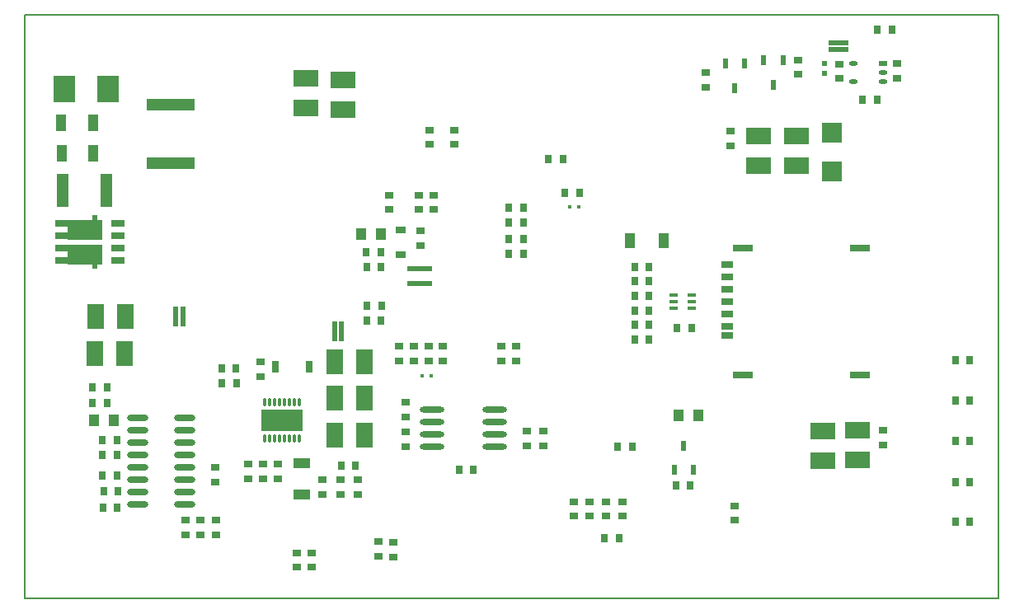
<source format=gbp>
%FSLAX25Y25*%
%MOIN*%
G70*
G01*
G75*
G04 Layer_Color=128*
%ADD10C,0.02000*%
%ADD11C,0.03000*%
%ADD12R,0.01575X0.01181*%
%ADD13R,0.01181X0.01575*%
%ADD14O,0.05906X0.03150*%
%ADD15R,0.07087X0.03937*%
%ADD16C,0.03937*%
%ADD17R,0.02756X0.03347*%
%ADD18R,0.03347X0.02756*%
%ADD19R,0.03937X0.05906*%
%ADD20R,0.04724X0.03150*%
%ADD21R,0.02500X0.05906*%
%ADD22R,0.04803X0.02441*%
%ADD23R,0.04800X0.05600*%
%ADD24R,0.07480X0.11811*%
%ADD25O,0.06890X0.02362*%
%ADD26R,0.03937X0.05118*%
%ADD27R,0.08898X0.25590*%
%ADD28R,0.03937X0.02362*%
%ADD29R,0.04724X0.09843*%
%ADD30O,0.03937X0.01181*%
%ADD31R,0.03937X0.01181*%
%ADD32R,0.07874X0.07874*%
%ADD33R,0.10000X0.07000*%
%ADD34R,0.02362X0.03937*%
%ADD35R,0.07874X0.03937*%
%ADD36O,0.06693X0.01063*%
%ADD37R,0.06693X0.01063*%
%ADD38R,0.01063X0.06693*%
%ADD39O,0.03740X0.01378*%
%ADD40R,0.08661X0.16929*%
%ADD41R,0.07874X0.07874*%
%ADD42R,0.07087X0.07874*%
%ADD43R,0.02362X0.02362*%
%ADD44R,0.03150X0.02559*%
%ADD45R,0.03937X0.07087*%
%ADD46O,0.03150X0.05906*%
%ADD47O,0.01378X0.06693*%
%ADD48R,0.02362X0.02362*%
%ADD49R,0.13386X0.13386*%
%ADD50O,0.00984X0.03740*%
%ADD51O,0.03740X0.00984*%
%ADD52O,0.02362X0.07087*%
%ADD53O,0.07087X0.02362*%
%ADD54O,0.06299X0.02362*%
%ADD55R,0.00984X0.01575*%
%ADD56R,0.02362X0.01969*%
%ADD57R,0.00984X0.01299*%
G04:AMPARAMS|DCode=58|XSize=35.43mil|YSize=157.48mil|CornerRadius=1.77mil|HoleSize=0mil|Usage=FLASHONLY|Rotation=90.000|XOffset=0mil|YOffset=0mil|HoleType=Round|Shape=RoundedRectangle|*
%AMROUNDEDRECTD58*
21,1,0.03543,0.15394,0,0,90.0*
21,1,0.03189,0.15748,0,0,90.0*
1,1,0.00354,0.07697,0.01595*
1,1,0.00354,0.07697,-0.01595*
1,1,0.00354,-0.07697,-0.01595*
1,1,0.00354,-0.07697,0.01595*
%
%ADD58ROUNDEDRECTD58*%
%ADD59R,0.01200X0.01800*%
%ADD60R,0.01575X0.05906*%
%ADD61C,0.01000*%
%ADD62C,0.01200*%
%ADD63C,0.02500*%
%ADD64C,0.04000*%
%ADD65C,0.08000*%
%ADD66C,0.01500*%
%ADD67C,0.00800*%
%ADD68R,0.07500X0.15500*%
%ADD69R,0.07560X0.20391*%
%ADD70R,0.06000X0.09600*%
%ADD71R,0.06700X0.09800*%
%ADD72R,0.04200X0.18700*%
%ADD73R,0.08100X0.13300*%
%ADD74R,0.05700X0.21700*%
%ADD75R,0.18000X0.08400*%
%ADD76R,0.10500X0.06400*%
%ADD77R,0.16200X0.16000*%
%ADD78R,0.27300X0.16100*%
%ADD79R,0.06200X0.14700*%
%ADD80R,0.34969X0.11400*%
%ADD81R,0.06500X1.11800*%
%ADD82C,0.00500*%
%ADD83C,0.07874*%
%ADD84O,0.07874X0.11811*%
%ADD85R,0.07874X0.11811*%
%ADD86C,0.13780*%
%ADD87R,0.05906X0.05906*%
%ADD88C,0.05906*%
%ADD89R,0.07874X0.07874*%
G04:AMPARAMS|DCode=90|XSize=51.18mil|YSize=173.23mil|CornerRadius=2.56mil|HoleSize=0mil|Usage=FLASHONLY|Rotation=90.000|XOffset=0mil|YOffset=0mil|HoleType=Round|Shape=RoundedRectangle|*
%AMROUNDEDRECTD90*
21,1,0.05118,0.16811,0,0,90.0*
21,1,0.04606,0.17323,0,0,90.0*
1,1,0.00512,0.08406,0.02303*
1,1,0.00512,0.08406,-0.02303*
1,1,0.00512,-0.08406,-0.02303*
1,1,0.00512,-0.08406,0.02303*
%
%ADD90ROUNDEDRECTD90*%
%ADD91C,0.01969*%
%ADD92R,0.05315X0.07284*%
%ADD93C,0.04000*%
%ADD94C,0.02000*%
%ADD95C,0.03000*%
%ADD96C,0.05000*%
%ADD97C,0.02598*%
%ADD98C,0.01600*%
%ADD99C,0.07518*%
G04:AMPARAMS|DCode=100|XSize=111.181mil|YSize=111.181mil|CornerRadius=0mil|HoleSize=0mil|Usage=FLASHONLY|Rotation=0.000|XOffset=0mil|YOffset=0mil|HoleType=Round|Shape=Relief|Width=10mil|Gap=10mil|Entries=4|*
%AMTHD100*
7,0,0,0.11118,0.09118,0.01000,45*
%
%ADD100THD100*%
%ADD101C,0.07124*%
G04:AMPARAMS|DCode=102|XSize=107.244mil|YSize=107.244mil|CornerRadius=0mil|HoleSize=0mil|Usage=FLASHONLY|Rotation=0.000|XOffset=0mil|YOffset=0mil|HoleType=Round|Shape=Relief|Width=10mil|Gap=10mil|Entries=4|*
%AMTHD102*
7,0,0,0.10724,0.08724,0.01000,45*
%
%ADD102THD102*%
%ADD103C,0.04369*%
%ADD104C,0.11061*%
%ADD105C,0.05943*%
G04:AMPARAMS|DCode=106|XSize=95.433mil|YSize=95.433mil|CornerRadius=0mil|HoleSize=0mil|Usage=FLASHONLY|Rotation=0.000|XOffset=0mil|YOffset=0mil|HoleType=Round|Shape=Relief|Width=10mil|Gap=10mil|Entries=4|*
%AMTHD106*
7,0,0,0.09543,0.07543,0.01000,45*
%
%ADD106THD106*%
G04:AMPARAMS|DCode=107|XSize=79.685mil|YSize=79.685mil|CornerRadius=0mil|HoleSize=0mil|Usage=FLASHONLY|Rotation=0.000|XOffset=0mil|YOffset=0mil|HoleType=Round|Shape=Relief|Width=10mil|Gap=10mil|Entries=4|*
%AMTHD107*
7,0,0,0.07969,0.05969,0.01000,45*
%
%ADD107THD107*%
%ADD108C,0.06337*%
%ADD109C,0.05400*%
%ADD110C,0.03600*%
G04:AMPARAMS|DCode=111|XSize=72mil|YSize=72mil|CornerRadius=0mil|HoleSize=0mil|Usage=FLASHONLY|Rotation=0.000|XOffset=0mil|YOffset=0mil|HoleType=Round|Shape=Relief|Width=10mil|Gap=10mil|Entries=4|*
%AMTHD111*
7,0,0,0.07200,0.05200,0.01000,45*
%
%ADD111THD111*%
G04:AMPARAMS|DCode=112|XSize=80mil|YSize=80mil|CornerRadius=0mil|HoleSize=0mil|Usage=FLASHONLY|Rotation=0.000|XOffset=0mil|YOffset=0mil|HoleType=Round|Shape=Relief|Width=10mil|Gap=10mil|Entries=4|*
%AMTHD112*
7,0,0,0.08000,0.06000,0.01000,45*
%
%ADD112THD112*%
%ADD113C,0.04400*%
G04:AMPARAMS|DCode=114|XSize=99.37mil|YSize=99.37mil|CornerRadius=0mil|HoleSize=0mil|Usage=FLASHONLY|Rotation=0.000|XOffset=0mil|YOffset=0mil|HoleType=Round|Shape=Relief|Width=10mil|Gap=10mil|Entries=4|*
%AMTHD114*
7,0,0,0.09937,0.07937,0.01000,45*
%
%ADD114THD114*%
G04:AMPARAMS|DCode=115|XSize=72.992mil|YSize=72.992mil|CornerRadius=0mil|HoleSize=0mil|Usage=FLASHONLY|Rotation=0.000|XOffset=0mil|YOffset=0mil|HoleType=Round|Shape=Relief|Width=10mil|Gap=10mil|Entries=4|*
%AMTHD115*
7,0,0,0.07299,0.05299,0.01000,45*
%
%ADD115THD115*%
G04:AMPARAMS|DCode=116|XSize=68mil|YSize=68mil|CornerRadius=0mil|HoleSize=0mil|Usage=FLASHONLY|Rotation=0.000|XOffset=0mil|YOffset=0mil|HoleType=Round|Shape=Relief|Width=10mil|Gap=10mil|Entries=4|*
%AMTHD116*
7,0,0,0.06800,0.04800,0.01000,45*
%
%ADD116THD116*%
%ADD117C,0.05000*%
%ADD118C,0.06000*%
%ADD119R,0.08300X0.13500*%
%ADD120R,0.19700X0.09100*%
%ADD121R,0.09400X0.25200*%
%ADD122R,0.39000X0.13800*%
%ADD123R,0.06200X0.13300*%
%ADD124R,0.03347X0.01575*%
%ADD125R,0.03937X0.07087*%
%ADD126R,0.05118X0.13780*%
%ADD127R,0.08661X0.11024*%
%ADD128R,0.07000X0.10000*%
%ADD129R,0.19685X0.05118*%
%ADD130R,0.05500X0.02500*%
%ADD131R,0.01969X0.06299*%
%ADD132R,0.14410X0.07874*%
%ADD133R,0.01969X0.07874*%
%ADD134R,0.07087X0.03937*%
%ADD135R,0.03150X0.04724*%
%ADD136R,0.09843X0.01969*%
%ADD137O,0.08661X0.02362*%
%ADD138O,0.09843X0.02362*%
%ADD139O,0.01378X0.03740*%
%ADD140R,0.16929X0.08661*%
%ADD141R,0.03937X0.03150*%
%ADD142R,0.04843X0.02559*%
%ADD143R,0.08268X0.02756*%
%ADD144O,0.03543X0.01969*%
%ADD145O,0.03543X0.01969*%
%ADD146R,0.03543X0.01969*%
%ADD147R,0.07874X0.01969*%
%ADD148R,0.21349X0.07288*%
%ADD149R,0.14400X0.12900*%
%ADD150R,0.29900X0.09831*%
%ADD151R,0.11032X0.11400*%
%ADD152R,0.10000X0.37866*%
%ADD153R,0.16500X0.11800*%
%ADD154R,0.09800X0.45300*%
%ADD155R,0.05400X0.09900*%
%ADD156R,0.03600X0.06700*%
%ADD157R,0.20400X0.10800*%
%ADD158R,0.16400X0.04300*%
%ADD159R,0.04900X0.17100*%
%ADD160R,0.07600X0.08300*%
%ADD161R,0.08900X0.10200*%
%ADD162R,0.08600X0.09700*%
%ADD163R,0.17500X0.06700*%
%ADD164R,0.08965X0.03474*%
%ADD165R,0.29300X0.15600*%
%ADD166R,0.14700X0.03700*%
%ADD167R,0.07300X0.37900*%
%ADD168R,0.26931X0.16000*%
%ADD169R,0.48700X0.11300*%
%ADD170C,0.00700*%
%ADD171C,0.00984*%
%ADD172C,0.02362*%
%ADD173C,0.00300*%
%ADD174C,0.00600*%
%ADD175C,0.00787*%
%ADD176R,0.05417X0.06634*%
%ADD177R,0.02375X0.01981*%
%ADD178R,0.01981X0.02375*%
%ADD179O,0.06706X0.03950*%
%ADD180R,0.07887X0.04737*%
%ADD181C,0.04737*%
%ADD182R,0.03556X0.04147*%
%ADD183R,0.04147X0.03556*%
%ADD184R,0.04737X0.06706*%
%ADD185R,0.05524X0.03950*%
%ADD186R,0.03300X0.06706*%
%ADD187R,0.05603X0.03241*%
%ADD188R,0.05600X0.06400*%
%ADD189R,0.08280X0.12611*%
%ADD190O,0.07690X0.03162*%
%ADD191R,0.04737X0.05918*%
%ADD192R,0.09698X0.26391*%
%ADD193R,0.04737X0.03162*%
%ADD194R,0.05524X0.10642*%
%ADD195O,0.04737X0.01981*%
%ADD196R,0.04737X0.01981*%
%ADD197R,0.08674X0.08674*%
%ADD198R,0.10800X0.07800*%
%ADD199R,0.03162X0.04737*%
%ADD200R,0.08674X0.04737*%
%ADD201O,0.07493X0.01863*%
%ADD202R,0.07493X0.01863*%
%ADD203R,0.01863X0.07493*%
%ADD204O,0.04540X0.02178*%
%ADD205R,0.09461X0.17729*%
%ADD206R,0.08674X0.08674*%
%ADD207R,0.07887X0.08674*%
%ADD208R,0.03162X0.03162*%
%ADD209R,0.03950X0.03359*%
%ADD210R,0.04737X0.07887*%
%ADD211O,0.03950X0.06706*%
%ADD212O,0.02178X0.07493*%
%ADD213R,0.03162X0.03162*%
%ADD214R,0.14186X0.14186*%
%ADD215O,0.01784X0.04540*%
%ADD216O,0.04540X0.01784*%
%ADD217O,0.03162X0.07887*%
%ADD218O,0.07887X0.03162*%
%ADD219O,0.07099X0.03162*%
%ADD220R,0.01784X0.02375*%
%ADD221R,0.03162X0.02769*%
%ADD222R,0.01784X0.02099*%
G04:AMPARAMS|DCode=223|XSize=39.37mil|YSize=161.42mil|CornerRadius=1.97mil|HoleSize=0mil|Usage=FLASHONLY|Rotation=90.000|XOffset=0mil|YOffset=0mil|HoleType=Round|Shape=RoundedRectangle|*
%AMROUNDEDRECTD223*
21,1,0.03937,0.15748,0,0,90.0*
21,1,0.03543,0.16142,0,0,90.0*
1,1,0.00394,0.07874,0.01772*
1,1,0.00394,0.07874,-0.01772*
1,1,0.00394,-0.07874,-0.01772*
1,1,0.00394,-0.07874,0.01772*
%
%ADD223ROUNDEDRECTD223*%
%ADD224R,0.02000X0.02600*%
%ADD225R,0.02375X0.06706*%
%ADD226C,0.08674*%
%ADD227O,0.08674X0.12611*%
%ADD228R,0.08674X0.12611*%
%ADD229C,0.14579*%
%ADD230R,0.06706X0.06706*%
%ADD231C,0.06706*%
%ADD232R,0.08674X0.08674*%
G04:AMPARAMS|DCode=233|XSize=55.12mil|YSize=177.16mil|CornerRadius=2.76mil|HoleSize=0mil|Usage=FLASHONLY|Rotation=90.000|XOffset=0mil|YOffset=0mil|HoleType=Round|Shape=RoundedRectangle|*
%AMROUNDEDRECTD233*
21,1,0.05512,0.17165,0,0,90.0*
21,1,0.04961,0.17716,0,0,90.0*
1,1,0.00551,0.08583,0.02480*
1,1,0.00551,0.08583,-0.02480*
1,1,0.00551,-0.08583,-0.02480*
1,1,0.00551,-0.08583,0.02480*
%
%ADD233ROUNDEDRECTD233*%
%ADD234C,0.02769*%
%ADD235R,0.06115X0.08083*%
%ADD236R,0.04147X0.02375*%
%ADD237R,0.04737X0.07887*%
%ADD238R,0.05918X0.14579*%
%ADD239R,0.09461X0.11824*%
%ADD240R,0.07800X0.10800*%
%ADD241R,0.20485X0.05918*%
%ADD242R,0.06300X0.03300*%
%ADD243R,0.02769X0.07099*%
%ADD244R,0.15210X0.08674*%
%ADD245R,0.02769X0.08674*%
%ADD246R,0.07887X0.04737*%
%ADD247R,0.03950X0.05524*%
%ADD248R,0.10642X0.02769*%
%ADD249O,0.09461X0.03162*%
%ADD250O,0.10642X0.03162*%
%ADD251O,0.02178X0.04540*%
%ADD252R,0.17729X0.09461*%
%ADD253R,0.04737X0.03950*%
%ADD254R,0.05643X0.03359*%
%ADD255R,0.09068X0.03556*%
%ADD256O,0.04343X0.02769*%
%ADD257O,0.04343X0.02769*%
%ADD258R,0.04343X0.02769*%
%ADD259R,0.08674X0.02769*%
%ADD260C,0.03398*%
D13*
X-9637Y70800D02*
D03*
X-5700D02*
D03*
X53937Y139100D02*
D03*
X50000D02*
D03*
D17*
X206000Y11900D02*
D03*
X211906D02*
D03*
X206000Y28000D02*
D03*
X211906D02*
D03*
X206000Y44600D02*
D03*
X211906D02*
D03*
X206000Y60800D02*
D03*
X211906D02*
D03*
X206000Y77200D02*
D03*
X211906D02*
D03*
X92994Y26500D02*
D03*
X98900D02*
D03*
X-84768Y73700D02*
D03*
X-90674D02*
D03*
X5400Y32900D02*
D03*
X11305D02*
D03*
X-36369Y34400D02*
D03*
X-42274D02*
D03*
X-136895Y59700D02*
D03*
X-142800D02*
D03*
X-26068Y114900D02*
D03*
X-31974D02*
D03*
X25532Y132700D02*
D03*
X31437D02*
D03*
X-32168Y120900D02*
D03*
X-26263D02*
D03*
X25532Y138800D02*
D03*
X31437D02*
D03*
X-31868Y99200D02*
D03*
X-25963D02*
D03*
X-31969Y93300D02*
D03*
X-26063D02*
D03*
X-138700Y30600D02*
D03*
X-132794D02*
D03*
X-138900Y39000D02*
D03*
X-132994D02*
D03*
X-132400Y24200D02*
D03*
X-138305D02*
D03*
X-132900Y45000D02*
D03*
X-138805D02*
D03*
X-142900Y66100D02*
D03*
X-136995D02*
D03*
X31437Y126200D02*
D03*
X25532D02*
D03*
X-138600Y17400D02*
D03*
X-132694D02*
D03*
X31437Y120300D02*
D03*
X25532D02*
D03*
X-84668Y67700D02*
D03*
X-90574D02*
D03*
X70139Y5080D02*
D03*
X64234D02*
D03*
X69537Y42300D02*
D03*
X75442D02*
D03*
X47474Y158363D02*
D03*
X41568D02*
D03*
X54000Y144837D02*
D03*
X48094D02*
D03*
X76326Y85600D02*
D03*
X82231D02*
D03*
X82231Y91460D02*
D03*
X76326D02*
D03*
X82231Y97320D02*
D03*
X76326D02*
D03*
X76326Y103180D02*
D03*
X82231D02*
D03*
X82231Y109040D02*
D03*
X76326D02*
D03*
X76326Y114900D02*
D03*
X82231D02*
D03*
X93500Y90200D02*
D03*
X99405D02*
D03*
X180431Y210800D02*
D03*
X174526D02*
D03*
X174331Y182600D02*
D03*
X168426D02*
D03*
D18*
X-6469Y164400D02*
D03*
Y170306D02*
D03*
X3531Y164400D02*
D03*
Y170306D02*
D03*
X22532Y76894D02*
D03*
Y82800D02*
D03*
X28631Y76894D02*
D03*
Y82800D02*
D03*
X-49768Y28705D02*
D03*
Y22800D02*
D03*
X-42669Y28705D02*
D03*
Y22800D02*
D03*
X-105300Y12500D02*
D03*
Y6594D02*
D03*
X-93100Y28000D02*
D03*
Y33906D02*
D03*
X-35568Y22800D02*
D03*
Y28705D02*
D03*
X-67869Y29195D02*
D03*
Y35100D02*
D03*
X-73843Y35100D02*
D03*
Y29195D02*
D03*
X-79818Y35100D02*
D03*
Y29195D02*
D03*
X-21200Y3500D02*
D03*
Y-2406D02*
D03*
X-54043Y-716D02*
D03*
Y-6622D02*
D03*
X-60135Y-739D02*
D03*
Y-6645D02*
D03*
X-27100Y3700D02*
D03*
Y-2206D02*
D03*
X-93000Y12500D02*
D03*
Y6594D02*
D03*
X-99150Y6594D02*
D03*
Y12500D02*
D03*
X-18768Y82800D02*
D03*
Y76894D02*
D03*
X-22869Y144000D02*
D03*
Y138094D02*
D03*
X-12868Y82800D02*
D03*
Y76894D02*
D03*
X-6968Y76894D02*
D03*
Y82800D02*
D03*
X32700Y42626D02*
D03*
Y48531D02*
D03*
X-10200Y129400D02*
D03*
Y123495D02*
D03*
X-1068Y82800D02*
D03*
Y76894D02*
D03*
X-4868Y144000D02*
D03*
Y138094D02*
D03*
X-10869Y144000D02*
D03*
Y138094D02*
D03*
X-16300Y42132D02*
D03*
Y48037D02*
D03*
X-16200Y60031D02*
D03*
Y54126D02*
D03*
X-74900Y70500D02*
D03*
Y76406D02*
D03*
X64798Y20006D02*
D03*
Y14100D02*
D03*
X176831Y48700D02*
D03*
Y42794D02*
D03*
X51731Y20006D02*
D03*
Y14100D02*
D03*
X58265Y20006D02*
D03*
Y14100D02*
D03*
X71332Y20006D02*
D03*
Y14100D02*
D03*
X116700Y12400D02*
D03*
Y18305D02*
D03*
X39500Y48531D02*
D03*
Y42626D02*
D03*
X115200Y169700D02*
D03*
Y163795D02*
D03*
X105200Y193400D02*
D03*
Y187495D02*
D03*
X142600Y198600D02*
D03*
Y192694D02*
D03*
X159031Y191100D02*
D03*
Y197005D02*
D03*
X182632Y191200D02*
D03*
Y197106D02*
D03*
D19*
X74520Y125400D02*
D03*
X88300D02*
D03*
D26*
X-134200Y52700D02*
D03*
X-142074D02*
D03*
X-26269Y128300D02*
D03*
X-34143D02*
D03*
X102100Y54700D02*
D03*
X94226D02*
D03*
D32*
X156131Y169332D02*
D03*
Y153584D02*
D03*
D33*
X-56400Y179100D02*
D03*
Y191100D02*
D03*
X-41600Y178600D02*
D03*
Y190600D02*
D03*
X152532Y48400D02*
D03*
Y36400D02*
D03*
X166431Y48900D02*
D03*
Y36900D02*
D03*
X126532Y167800D02*
D03*
Y155800D02*
D03*
X141832Y167800D02*
D03*
Y155800D02*
D03*
D34*
X92357Y32805D02*
D03*
X96294Y42648D02*
D03*
X100232Y32805D02*
D03*
X113000Y197100D02*
D03*
X116937Y187258D02*
D03*
X120874Y197100D02*
D03*
X128631Y198400D02*
D03*
X132569Y188558D02*
D03*
X136505Y198400D02*
D03*
D48*
X153000Y193100D02*
D03*
Y197037D02*
D03*
D82*
X-170069Y-19320D02*
Y216900D01*
X223632D01*
X-170069Y-19320D02*
X223632D01*
Y216900D01*
D124*
X99573Y98241D02*
D03*
X92290D02*
D03*
Y100800D02*
D03*
X99573Y103359D02*
D03*
Y100800D02*
D03*
X92290Y103359D02*
D03*
D125*
X-142605Y173100D02*
D03*
X-155400D02*
D03*
X-142500Y161000D02*
D03*
X-155295D02*
D03*
D126*
X-154917Y145900D02*
D03*
X-137200D02*
D03*
D127*
X-154217Y186900D02*
D03*
X-136500D02*
D03*
D128*
X-141800Y80000D02*
D03*
X-129800D02*
D03*
X-141500Y94700D02*
D03*
X-129500D02*
D03*
X-44868Y47000D02*
D03*
X-32868D02*
D03*
X-44769Y61900D02*
D03*
X-32768D02*
D03*
X-44769Y76400D02*
D03*
X-32768D02*
D03*
D129*
X-111268Y180522D02*
D03*
Y156900D02*
D03*
D130*
X-155238Y122400D02*
D03*
Y132400D02*
D03*
X-132600D02*
D03*
X-155238Y117400D02*
D03*
X-132600Y122400D02*
D03*
Y117400D02*
D03*
X-155238Y127400D02*
D03*
X-132600D02*
D03*
D131*
X-141852Y132774D02*
D03*
Y117026D02*
D03*
D132*
X-145887Y129821D02*
D03*
Y119979D02*
D03*
D133*
X-45000Y88900D02*
D03*
X-42047D02*
D03*
X-109200Y95000D02*
D03*
X-106247D02*
D03*
D134*
X-58069Y22705D02*
D03*
Y35500D02*
D03*
D135*
X-68686Y74600D02*
D03*
X-55300D02*
D03*
D136*
X-10368Y114050D02*
D03*
Y108150D02*
D03*
D137*
X-124349Y19000D02*
D03*
Y24000D02*
D03*
Y29000D02*
D03*
Y34000D02*
D03*
Y39000D02*
D03*
Y44000D02*
D03*
Y49000D02*
D03*
Y54000D02*
D03*
X-105451Y19000D02*
D03*
Y24000D02*
D03*
Y29000D02*
D03*
Y34000D02*
D03*
Y39000D02*
D03*
Y44000D02*
D03*
Y49000D02*
D03*
Y54000D02*
D03*
D138*
X19989Y57231D02*
D03*
Y52232D02*
D03*
Y47232D02*
D03*
Y42232D02*
D03*
X-5489Y57332D02*
D03*
Y52332D02*
D03*
Y47332D02*
D03*
Y42331D02*
D03*
D139*
X-59279Y45418D02*
D03*
X-61247D02*
D03*
X-63216D02*
D03*
X-65184D02*
D03*
X-67153D02*
D03*
X-69121D02*
D03*
X-71090D02*
D03*
X-73058D02*
D03*
Y60182D02*
D03*
X-71090D02*
D03*
X-69121D02*
D03*
X-67153D02*
D03*
X-65184D02*
D03*
X-63216D02*
D03*
X-61247D02*
D03*
X-59279D02*
D03*
D140*
X-66168Y52800D02*
D03*
D141*
X-18169Y119900D02*
D03*
Y129743D02*
D03*
D142*
X113800Y87100D02*
D03*
Y90840D02*
D03*
Y115840D02*
D03*
Y110840D02*
D03*
Y105840D02*
D03*
Y100840D02*
D03*
Y95840D02*
D03*
D143*
X120158Y122415D02*
D03*
X167402D02*
D03*
X120158Y71273D02*
D03*
X167402D02*
D03*
D144*
X176742Y189720D02*
D03*
Y193460D02*
D03*
X164931Y189720D02*
D03*
D145*
Y197200D02*
D03*
D146*
X176742D02*
D03*
D147*
X158832Y202700D02*
D03*
Y205653D02*
D03*
M02*

</source>
